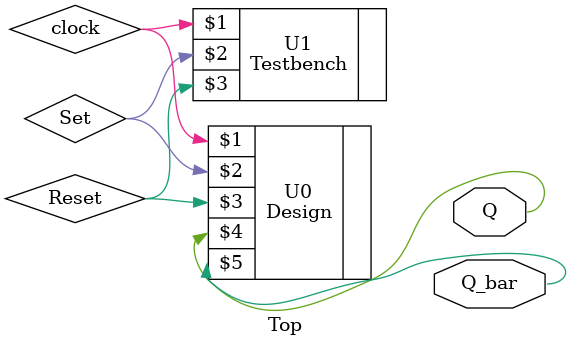
<source format=v>
`timescale 1ns / 1ps


module Top(
output Q,
output Q_bar
    );
 
  wire clock,Set,Reset;
   
   Design U0(
   clock,
   Set,
   Reset,
  
   Q,
   Q_bar
   );
   
   Testbench U1(
    clock,
    Set,
    Reset
   );
endmodule

</source>
